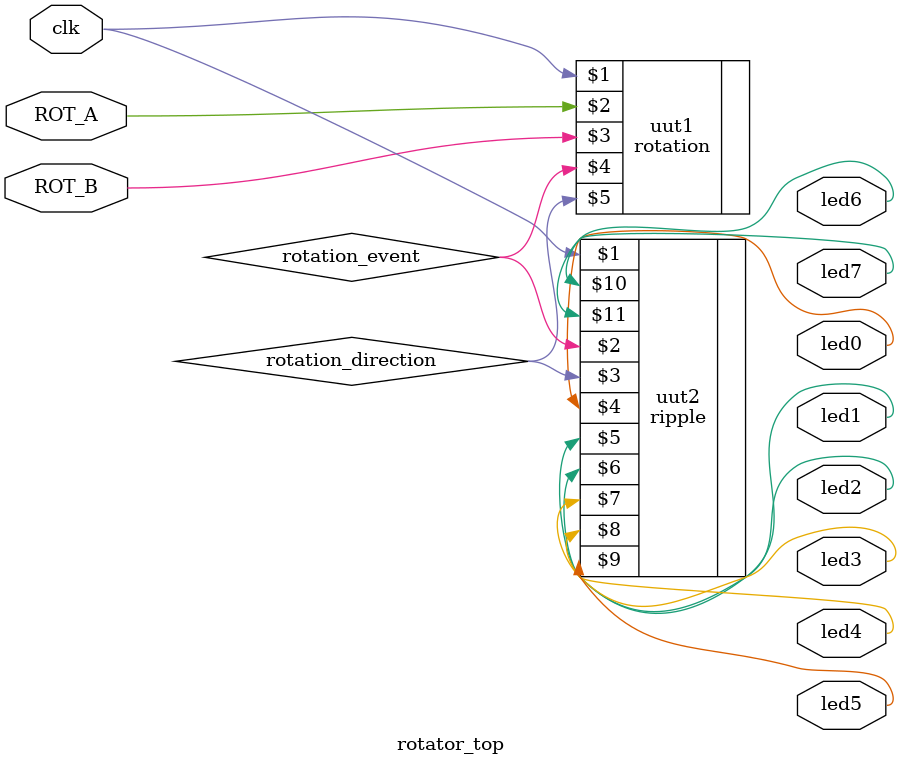
<source format=v>
`timescale 1ns / 1ps
module rotator_top(clk, ROT_A, ROT_B, led0, led1, led2, led3, led4, led5, led6, led7
    );
	 
	input clk, ROT_A, ROT_B;
	 
	output led0, led1, led2, led3, led4, led5, led6, led7;
	wire led0, led1, led2, led3, led4, led5, led6, led7;
	
	wire rotation_event, rotation_direction;
	
	rotation uut1(clk, ROT_A, ROT_B, rotation_event, rotation_direction);
	ripple uut2(clk, rotation_event, rotation_direction, led0, led1, led2, led3, led4, led5, led6, led7);

endmodule
</source>
